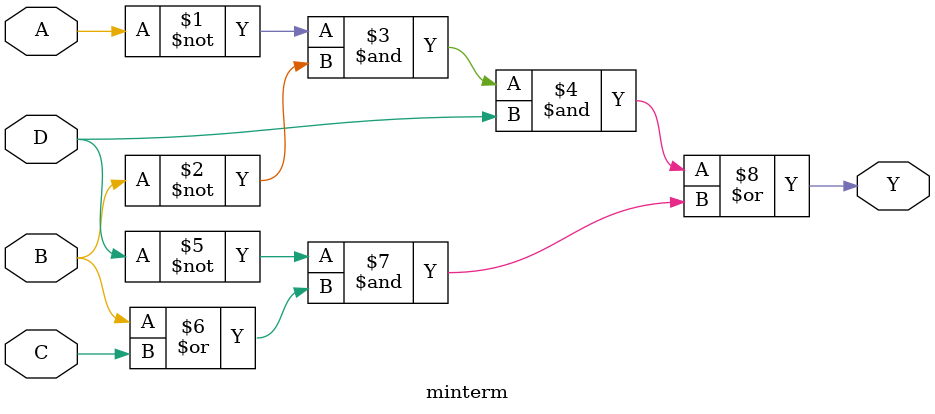
<source format=v>
module minterm (
    input A, B, C, D,
    output Y
);

//assign Y = ~A&~B&~C&D|~A&~B&C&~D|~A&~B&C&C|~A&B&~C&~D|~A&B&C&~D|A&~B&C&~D|A&B&~C&~D|A&B&C&~D;
assign Y = ~A&~B&D | ~D&(B|C);

endmodule

</source>
